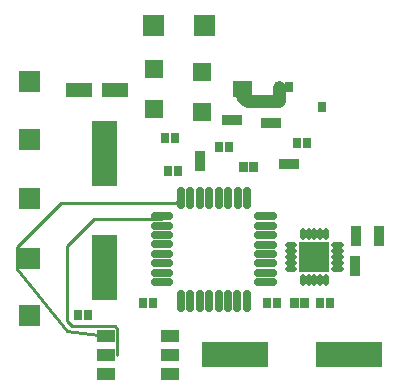
<source format=gts>
G04 Layer: TopSolderMaskLayer*
G04 EasyEDA v6.1.34, Sat, 04 May 2019 03:32:15 GMT*
G04 a282187419204f9284f90a9f3713dfcb,c51538707a8b4a26ae849ea9e5911ac7,10*
G04 Gerber Generator version 0.2*
G04 Scale: 100 percent, Rotated: No, Reflected: No *
G04 Dimensions in millimeters *
G04 leading zeros omitted , absolute positions ,3 integer and 3 decimal *
%FSLAX33Y33*%
%MOMM*%
G90*
G71D02*

%ADD33C,0.261595*%
%ADD34C,1.101598*%
%ADD35C,0.483210*%
%ADD36C,0.653212*%
%ADD37R,0.803148X0.853186*%
%ADD41R,2.503195X2.503195*%
%ADD42R,2.203196X1.203198*%
%ADD43R,1.603197X1.103198*%

%LPD*%
G54D33*
G01X9959Y3352D02*
G01X9959Y5598D01*
G01X9758Y5798D01*
G01X6154Y5798D01*
G01X5694Y6258D01*
G01X5694Y12575D01*
G01X7978Y14859D01*
G01X13792Y14859D01*
G01X13792Y15135D01*
G01X9017Y4953D02*
G01X5702Y5379D01*
G01X1511Y10695D01*
G01X1511Y12534D01*
G01X5250Y16273D01*
G01X14940Y16273D01*
G01X15367Y16700D01*
G54D34*
G01X23705Y26035D02*
G01X23705Y24892D01*
G01X20955Y24892D01*
G01X20574Y25273D01*
G01X20574Y25908D01*
G54D35*
G01X25670Y13893D02*
G01X25670Y13373D01*
G01X26170Y13893D02*
G01X26170Y13373D01*
G01X26670Y13893D02*
G01X26670Y13373D01*
G01X27170Y13893D02*
G01X27170Y13373D01*
G01X27669Y13893D02*
G01X27669Y13373D01*
G01X28359Y12683D02*
G01X28879Y12683D01*
G01X28359Y12183D02*
G01X28879Y12183D01*
G01X28359Y11684D02*
G01X28879Y11684D01*
G01X28359Y11183D02*
G01X28879Y11183D01*
G01X28359Y10684D02*
G01X28879Y10684D01*
G01X27669Y9994D02*
G01X27669Y9474D01*
G01X27170Y9994D02*
G01X27170Y9474D01*
G01X26670Y9994D02*
G01X26670Y9474D01*
G01X26170Y9994D02*
G01X26170Y9474D01*
G01X25670Y9994D02*
G01X25670Y9474D01*
G01X24460Y10684D02*
G01X24980Y10684D01*
G01X24460Y11183D02*
G01X24980Y11183D01*
G01X24460Y11684D02*
G01X24980Y11684D01*
G01X24460Y12183D02*
G01X24980Y12183D01*
G01X24460Y12683D02*
G01X24980Y12683D01*
G54D36*
G01X15367Y17300D02*
G01X15367Y16100D01*
G01X16167Y17300D02*
G01X16167Y16100D01*
G01X16967Y17300D02*
G01X16967Y16100D01*
G01X17767Y17300D02*
G01X17767Y16100D01*
G01X18564Y17300D02*
G01X18564Y16100D01*
G01X19364Y17300D02*
G01X19364Y16100D01*
G01X20165Y17300D02*
G01X20165Y16100D01*
G01X20965Y17300D02*
G01X20965Y16100D01*
G01X21929Y15125D02*
G01X23129Y15125D01*
G01X21929Y14325D02*
G01X23129Y14325D01*
G01X21929Y13525D02*
G01X23129Y13525D01*
G01X21929Y12725D02*
G01X23129Y12725D01*
G01X21929Y11927D02*
G01X23129Y11927D01*
G01X21929Y11127D02*
G01X23129Y11127D01*
G01X21929Y10327D02*
G01X23129Y10327D01*
G01X21929Y9527D02*
G01X23129Y9527D01*
G01X20955Y8537D02*
G01X20955Y7337D01*
G01X20154Y8537D02*
G01X20154Y7337D01*
G01X19354Y8537D02*
G01X19354Y7337D01*
G01X18554Y8537D02*
G01X18554Y7337D01*
G01X17757Y8537D02*
G01X17757Y7337D01*
G01X16957Y8537D02*
G01X16957Y7337D01*
G01X16156Y8537D02*
G01X16156Y7337D01*
G01X15356Y8537D02*
G01X15356Y7337D01*
G01X13192Y9537D02*
G01X14392Y9537D01*
G01X13192Y10337D02*
G01X14392Y10337D01*
G01X13192Y11137D02*
G01X14392Y11137D01*
G01X13192Y11938D02*
G01X14392Y11938D01*
G01X13192Y12735D02*
G01X14392Y12735D01*
G01X13192Y13535D02*
G01X14392Y13535D01*
G01X13192Y14335D02*
G01X14392Y14335D01*
G01X13192Y15135D02*
G01X14392Y15135D01*
G54D37*
G01X27305Y24384D03*
G36*
G01X26822Y2362D02*
G01X26822Y4495D01*
G01X32359Y4495D01*
G01X32359Y2362D01*
G01X26822Y2362D01*
G37*
G36*
G01X17170Y2362D02*
G01X17170Y4495D01*
G01X22707Y4495D01*
G01X22707Y2362D01*
G01X17170Y2362D01*
G37*
G36*
G01X7823Y17678D02*
G01X7823Y23215D01*
G01X9956Y23215D01*
G01X9956Y17678D01*
G01X7823Y17678D01*
G37*
G36*
G01X7823Y8026D02*
G01X7823Y13563D01*
G01X9956Y13563D01*
G01X9956Y8026D01*
G01X7823Y8026D01*
G37*
G01X23538Y7747D03*
G01X22689Y7747D03*
G36*
G01X24574Y7320D02*
G01X24574Y8173D01*
G01X25377Y8173D01*
G01X25377Y7320D01*
G01X24574Y7320D01*
G37*
G36*
G01X25422Y7320D02*
G01X25422Y8173D01*
G01X26225Y8173D01*
G01X26225Y7320D01*
G01X25422Y7320D01*
G37*
G01X7536Y6731D03*
G01X6687Y6731D03*
G01X12997Y7747D03*
G01X12148Y7747D03*
G36*
G01X29799Y12636D02*
G01X29799Y13439D01*
G01X30652Y13439D01*
G01X30652Y12636D01*
G01X29799Y12636D01*
G37*
G36*
G01X29799Y13484D02*
G01X29799Y14287D01*
G01X30652Y14287D01*
G01X30652Y13484D01*
G01X29799Y13484D01*
G37*
G36*
G01X31704Y12636D02*
G01X31704Y13439D01*
G01X32557Y13439D01*
G01X32557Y12636D01*
G01X31704Y12636D01*
G37*
G36*
G01X31704Y13484D02*
G01X31704Y14287D01*
G01X32557Y14287D01*
G01X32557Y13484D01*
G01X31704Y13484D01*
G37*
G01X24554Y26035D03*
G01X23705Y26035D03*
G36*
G01X20256Y18877D02*
G01X20256Y19730D01*
G01X21059Y19730D01*
G01X21059Y18877D01*
G01X20256Y18877D01*
G37*
G36*
G01X21104Y18877D02*
G01X21104Y19730D01*
G01X21907Y19730D01*
G01X21907Y18877D01*
G01X21104Y18877D01*
G37*
G01X19474Y20955D03*
G01X18625Y20955D03*
G36*
G01X18859Y22814D02*
G01X18859Y23667D01*
G01X19662Y23667D01*
G01X19662Y22814D01*
G01X18859Y22814D01*
G37*
G36*
G01X19707Y22814D02*
G01X19707Y23667D01*
G01X20510Y23667D01*
G01X20510Y22814D01*
G01X19707Y22814D01*
G37*
G36*
G01X23685Y19131D02*
G01X23685Y19984D01*
G01X24488Y19984D01*
G01X24488Y19131D01*
G01X23685Y19131D01*
G37*
G36*
G01X24533Y19131D02*
G01X24533Y19984D01*
G01X25336Y19984D01*
G01X25336Y19131D01*
G01X24533Y19131D01*
G37*
G36*
G01X29672Y10096D02*
G01X29672Y10899D01*
G01X30525Y10899D01*
G01X30525Y10096D01*
G01X29672Y10096D01*
G37*
G36*
G01X29672Y10944D02*
G01X29672Y11747D01*
G01X30525Y11747D01*
G01X30525Y10944D01*
G01X29672Y10944D01*
G37*
G01X26078Y21336D03*
G01X25229Y21336D03*
G01X27990Y7747D03*
G01X27142Y7747D03*
G36*
G01X22161Y22560D02*
G01X22161Y23413D01*
G01X22964Y23413D01*
G01X22964Y22560D01*
G01X22161Y22560D01*
G37*
G36*
G01X23009Y22560D02*
G01X23009Y23413D01*
G01X23812Y23413D01*
G01X23812Y22560D01*
G01X23009Y22560D01*
G37*
G54D41*
G01X26670Y11684D03*
G54D37*
G01X14902Y21717D03*
G01X14053Y21717D03*
G54D42*
G01X6755Y25781D03*
G01X9755Y25781D03*
G36*
G01X16591Y19834D02*
G01X16591Y20637D01*
G01X17444Y20637D01*
G01X17444Y19834D01*
G01X16591Y19834D01*
G37*
G36*
G01X16591Y18986D02*
G01X16591Y19789D01*
G01X17444Y19789D01*
G01X17444Y18986D01*
G01X16591Y18986D01*
G37*
G54D37*
G01X15156Y18923D03*
G01X14307Y18923D03*
G54D43*
G01X9017Y4953D03*
G01X9017Y3352D03*
G01X9017Y1752D03*
G01X14478Y4953D03*
G01X14478Y3352D03*
G01X14478Y1752D03*
G36*
G01X12329Y26855D02*
G01X12329Y28359D01*
G01X13832Y28359D01*
G01X13832Y26855D01*
G01X12329Y26855D01*
G37*
G36*
G01X12329Y23456D02*
G01X12329Y24960D01*
G01X13832Y24960D01*
G01X13832Y23456D01*
G01X12329Y23456D01*
G37*
G36*
G01X16393Y26601D02*
G01X16393Y28105D01*
G01X17896Y28105D01*
G01X17896Y26601D01*
G01X16393Y26601D01*
G37*
G36*
G01X16393Y23202D02*
G01X16393Y24706D01*
G01X17896Y24706D01*
G01X17896Y23202D01*
G01X16393Y23202D01*
G37*
G36*
G01X12192Y30353D02*
G01X12192Y32131D01*
G01X13970Y32131D01*
G01X13970Y30353D01*
G01X12192Y30353D01*
G37*
G36*
G01X19738Y25227D02*
G01X19738Y26588D01*
G01X21409Y26588D01*
G01X21409Y25227D01*
G01X19738Y25227D01*
G37*
G36*
G01X16510Y30353D02*
G01X16510Y32131D01*
G01X18288Y32131D01*
G01X18288Y30353D01*
G01X16510Y30353D01*
G37*
G36*
G01X1651Y25654D02*
G01X1651Y27432D01*
G01X3429Y27432D01*
G01X3429Y25654D01*
G01X1651Y25654D01*
G37*
G36*
G01X1651Y20701D02*
G01X1651Y22479D01*
G01X3429Y22479D01*
G01X3429Y20701D01*
G01X1651Y20701D01*
G37*
G36*
G01X1651Y15748D02*
G01X1651Y17526D01*
G01X3429Y17526D01*
G01X3429Y15748D01*
G01X1651Y15748D01*
G37*
G36*
G01X1651Y10668D02*
G01X1651Y12446D01*
G01X3429Y12446D01*
G01X3429Y10668D01*
G01X1651Y10668D01*
G37*
G36*
G01X1651Y5842D02*
G01X1651Y7620D01*
G01X3429Y7620D01*
G01X3429Y5842D01*
G01X1651Y5842D01*
G37*
M00*
M02*

</source>
